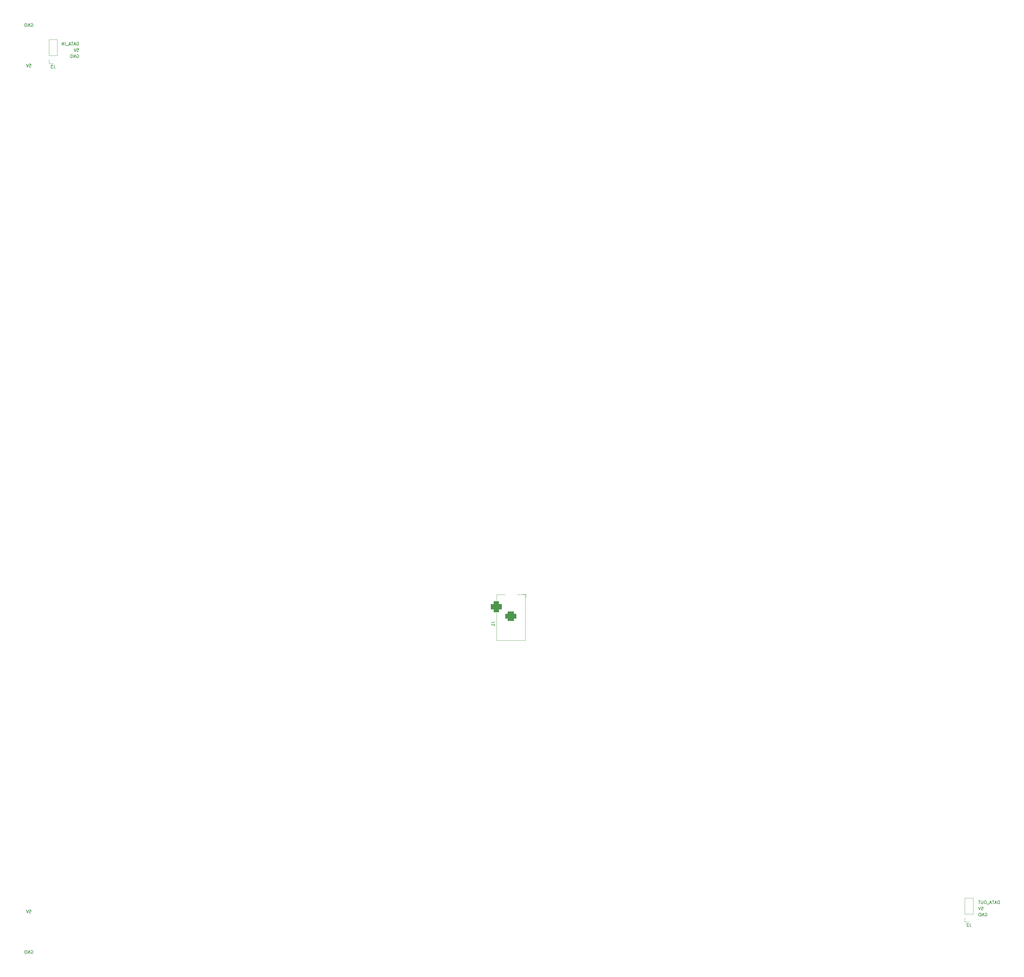
<source format=gbo>
%TF.GenerationSoftware,KiCad,Pcbnew,(6.0.2)*%
%TF.CreationDate,2022-03-15T15:15:15+01:00*%
%TF.ProjectId,Wordclock,576f7264-636c-46f6-936b-2e6b69636164,rev?*%
%TF.SameCoordinates,Original*%
%TF.FileFunction,Legend,Bot*%
%TF.FilePolarity,Positive*%
%FSLAX46Y46*%
G04 Gerber Fmt 4.6, Leading zero omitted, Abs format (unit mm)*
G04 Created by KiCad (PCBNEW (6.0.2)) date 2022-03-15 15:15:15*
%MOMM*%
%LPD*%
G01*
G04 APERTURE LIST*
G04 Aperture macros list*
%AMRoundRect*
0 Rectangle with rounded corners*
0 $1 Rounding radius*
0 $2 $3 $4 $5 $6 $7 $8 $9 X,Y pos of 4 corners*
0 Add a 4 corners polygon primitive as box body*
4,1,4,$2,$3,$4,$5,$6,$7,$8,$9,$2,$3,0*
0 Add four circle primitives for the rounded corners*
1,1,$1+$1,$2,$3*
1,1,$1+$1,$4,$5*
1,1,$1+$1,$6,$7*
1,1,$1+$1,$8,$9*
0 Add four rect primitives between the rounded corners*
20,1,$1+$1,$2,$3,$4,$5,0*
20,1,$1+$1,$4,$5,$6,$7,0*
20,1,$1+$1,$6,$7,$8,$9,0*
20,1,$1+$1,$8,$9,$2,$3,0*%
G04 Aperture macros list end*
%ADD10C,0.150000*%
%ADD11C,0.120000*%
%ADD12R,3.000000X3.000000*%
%ADD13C,3.000000*%
%ADD14C,0.800000*%
%ADD15C,7.000000*%
%ADD16R,3.500000X3.500000*%
%ADD17RoundRect,0.750000X1.000000X-0.750000X1.000000X0.750000X-1.000000X0.750000X-1.000000X-0.750000X0*%
%ADD18RoundRect,0.875000X0.875000X-0.875000X0.875000X0.875000X-0.875000X0.875000X-0.875000X-0.875000X0*%
%ADD19R,1.700000X1.700000*%
%ADD20O,1.700000X1.700000*%
G04 APERTURE END LIST*
D10*
X513190476Y-305952380D02*
X513666666Y-305952380D01*
X513714285Y-306428571D01*
X513666666Y-306380952D01*
X513571428Y-306333333D01*
X513333333Y-306333333D01*
X513238095Y-306380952D01*
X513190476Y-306428571D01*
X513142857Y-306523809D01*
X513142857Y-306761904D01*
X513190476Y-306857142D01*
X513238095Y-306904761D01*
X513333333Y-306952380D01*
X513571428Y-306952380D01*
X513666666Y-306904761D01*
X513714285Y-306857142D01*
X512857142Y-305952380D02*
X512523809Y-306952380D01*
X512190476Y-305952380D01*
X528518214Y-28952380D02*
X528994404Y-28952380D01*
X529042023Y-29428571D01*
X528994404Y-29380952D01*
X528899166Y-29333333D01*
X528661071Y-29333333D01*
X528565833Y-29380952D01*
X528518214Y-29428571D01*
X528470595Y-29523809D01*
X528470595Y-29761904D01*
X528518214Y-29857142D01*
X528565833Y-29904761D01*
X528661071Y-29952380D01*
X528899166Y-29952380D01*
X528994404Y-29904761D01*
X529042023Y-29857142D01*
X528184880Y-28952380D02*
X527851547Y-29952380D01*
X527518214Y-28952380D01*
X513190476Y-33952380D02*
X513666666Y-33952380D01*
X513714285Y-34428571D01*
X513666666Y-34380952D01*
X513571428Y-34333333D01*
X513333333Y-34333333D01*
X513238095Y-34380952D01*
X513190476Y-34428571D01*
X513142857Y-34523809D01*
X513142857Y-34761904D01*
X513190476Y-34857142D01*
X513238095Y-34904761D01*
X513333333Y-34952380D01*
X513571428Y-34952380D01*
X513666666Y-34904761D01*
X513714285Y-34857142D01*
X512857142Y-33952380D02*
X512523809Y-34952380D01*
X512190476Y-33952380D01*
X528470595Y-31000000D02*
X528565833Y-30952380D01*
X528708690Y-30952380D01*
X528851547Y-31000000D01*
X528946785Y-31095238D01*
X528994404Y-31190476D01*
X529042023Y-31380952D01*
X529042023Y-31523809D01*
X528994404Y-31714285D01*
X528946785Y-31809523D01*
X528851547Y-31904761D01*
X528708690Y-31952380D01*
X528613452Y-31952380D01*
X528470595Y-31904761D01*
X528422976Y-31857142D01*
X528422976Y-31523809D01*
X528613452Y-31523809D01*
X527994404Y-31952380D02*
X527994404Y-30952380D01*
X527422976Y-31952380D01*
X527422976Y-30952380D01*
X526946785Y-31952380D02*
X526946785Y-30952380D01*
X526708690Y-30952380D01*
X526565833Y-31000000D01*
X526470595Y-31095238D01*
X526422976Y-31190476D01*
X526375357Y-31380952D01*
X526375357Y-31523809D01*
X526422976Y-31714285D01*
X526470595Y-31809523D01*
X526565833Y-31904761D01*
X526708690Y-31952380D01*
X526946785Y-31952380D01*
X513761904Y-319000000D02*
X513857142Y-318952380D01*
X514000000Y-318952380D01*
X514142857Y-319000000D01*
X514238095Y-319095238D01*
X514285714Y-319190476D01*
X514333333Y-319380952D01*
X514333333Y-319523809D01*
X514285714Y-319714285D01*
X514238095Y-319809523D01*
X514142857Y-319904761D01*
X514000000Y-319952380D01*
X513904761Y-319952380D01*
X513761904Y-319904761D01*
X513714285Y-319857142D01*
X513714285Y-319523809D01*
X513904761Y-319523809D01*
X513285714Y-319952380D02*
X513285714Y-318952380D01*
X512714285Y-319952380D01*
X512714285Y-318952380D01*
X512238095Y-319952380D02*
X512238095Y-318952380D01*
X512000000Y-318952380D01*
X511857142Y-319000000D01*
X511761904Y-319095238D01*
X511714285Y-319190476D01*
X511666666Y-319380952D01*
X511666666Y-319523809D01*
X511714285Y-319714285D01*
X511761904Y-319809523D01*
X511857142Y-319904761D01*
X512000000Y-319952380D01*
X512238095Y-319952380D01*
X528994404Y-27952380D02*
X528994404Y-26952380D01*
X528756309Y-26952380D01*
X528613452Y-27000000D01*
X528518214Y-27095238D01*
X528470595Y-27190476D01*
X528422976Y-27380952D01*
X528422976Y-27523809D01*
X528470595Y-27714285D01*
X528518214Y-27809523D01*
X528613452Y-27904761D01*
X528756309Y-27952380D01*
X528994404Y-27952380D01*
X528042023Y-27666666D02*
X527565833Y-27666666D01*
X528137261Y-27952380D02*
X527803928Y-26952380D01*
X527470595Y-27952380D01*
X527280119Y-26952380D02*
X526708690Y-26952380D01*
X526994404Y-27952380D02*
X526994404Y-26952380D01*
X526422976Y-27666666D02*
X525946785Y-27666666D01*
X526518214Y-27952380D02*
X526184880Y-26952380D01*
X525851547Y-27952380D01*
X525756309Y-28047619D02*
X524994404Y-28047619D01*
X524756309Y-27952380D02*
X524756309Y-26952380D01*
X524280119Y-27952380D02*
X524280119Y-26952380D01*
X523708690Y-27952380D01*
X523708690Y-26952380D01*
X820373214Y-307000000D02*
X820468452Y-306952380D01*
X820611309Y-306952380D01*
X820754166Y-307000000D01*
X820849404Y-307095238D01*
X820897023Y-307190476D01*
X820944642Y-307380952D01*
X820944642Y-307523809D01*
X820897023Y-307714285D01*
X820849404Y-307809523D01*
X820754166Y-307904761D01*
X820611309Y-307952380D01*
X820516071Y-307952380D01*
X820373214Y-307904761D01*
X820325595Y-307857142D01*
X820325595Y-307523809D01*
X820516071Y-307523809D01*
X819897023Y-307952380D02*
X819897023Y-306952380D01*
X819325595Y-307952380D01*
X819325595Y-306952380D01*
X818849404Y-307952380D02*
X818849404Y-306952380D01*
X818611309Y-306952380D01*
X818468452Y-307000000D01*
X818373214Y-307095238D01*
X818325595Y-307190476D01*
X818277976Y-307380952D01*
X818277976Y-307523809D01*
X818325595Y-307714285D01*
X818373214Y-307809523D01*
X818468452Y-307904761D01*
X818611309Y-307952380D01*
X818849404Y-307952380D01*
X819182738Y-304952380D02*
X819658928Y-304952380D01*
X819706547Y-305428571D01*
X819658928Y-305380952D01*
X819563690Y-305333333D01*
X819325595Y-305333333D01*
X819230357Y-305380952D01*
X819182738Y-305428571D01*
X819135119Y-305523809D01*
X819135119Y-305761904D01*
X819182738Y-305857142D01*
X819230357Y-305904761D01*
X819325595Y-305952380D01*
X819563690Y-305952380D01*
X819658928Y-305904761D01*
X819706547Y-305857142D01*
X818849404Y-304952380D02*
X818516071Y-305952380D01*
X818182738Y-304952380D01*
X513761904Y-21000000D02*
X513857142Y-20952380D01*
X514000000Y-20952380D01*
X514142857Y-21000000D01*
X514238095Y-21095238D01*
X514285714Y-21190476D01*
X514333333Y-21380952D01*
X514333333Y-21523809D01*
X514285714Y-21714285D01*
X514238095Y-21809523D01*
X514142857Y-21904761D01*
X514000000Y-21952380D01*
X513904761Y-21952380D01*
X513761904Y-21904761D01*
X513714285Y-21857142D01*
X513714285Y-21523809D01*
X513904761Y-21523809D01*
X513285714Y-21952380D02*
X513285714Y-20952380D01*
X512714285Y-21952380D01*
X512714285Y-20952380D01*
X512238095Y-21952380D02*
X512238095Y-20952380D01*
X512000000Y-20952380D01*
X511857142Y-21000000D01*
X511761904Y-21095238D01*
X511714285Y-21190476D01*
X511666666Y-21380952D01*
X511666666Y-21523809D01*
X511714285Y-21714285D01*
X511761904Y-21809523D01*
X511857142Y-21904761D01*
X512000000Y-21952380D01*
X512238095Y-21952380D01*
X824944642Y-303952380D02*
X824944642Y-302952380D01*
X824706547Y-302952380D01*
X824563690Y-303000000D01*
X824468452Y-303095238D01*
X824420833Y-303190476D01*
X824373214Y-303380952D01*
X824373214Y-303523809D01*
X824420833Y-303714285D01*
X824468452Y-303809523D01*
X824563690Y-303904761D01*
X824706547Y-303952380D01*
X824944642Y-303952380D01*
X823992261Y-303666666D02*
X823516071Y-303666666D01*
X824087500Y-303952380D02*
X823754166Y-302952380D01*
X823420833Y-303952380D01*
X823230357Y-302952380D02*
X822658928Y-302952380D01*
X822944642Y-303952380D02*
X822944642Y-302952380D01*
X822373214Y-303666666D02*
X821897023Y-303666666D01*
X822468452Y-303952380D02*
X822135119Y-302952380D01*
X821801785Y-303952380D01*
X821706547Y-304047619D02*
X820944642Y-304047619D01*
X820516071Y-302952380D02*
X820325595Y-302952380D01*
X820230357Y-303000000D01*
X820135119Y-303095238D01*
X820087500Y-303285714D01*
X820087500Y-303619047D01*
X820135119Y-303809523D01*
X820230357Y-303904761D01*
X820325595Y-303952380D01*
X820516071Y-303952380D01*
X820611309Y-303904761D01*
X820706547Y-303809523D01*
X820754166Y-303619047D01*
X820754166Y-303285714D01*
X820706547Y-303095238D01*
X820611309Y-303000000D01*
X820516071Y-302952380D01*
X819658928Y-302952380D02*
X819658928Y-303761904D01*
X819611309Y-303857142D01*
X819563690Y-303904761D01*
X819468452Y-303952380D01*
X819277976Y-303952380D01*
X819182738Y-303904761D01*
X819135119Y-303857142D01*
X819087500Y-303761904D01*
X819087500Y-302952380D01*
X818754166Y-302952380D02*
X818182738Y-302952380D01*
X818468452Y-303952380D02*
X818468452Y-302952380D01*
%TO.C,J1*%
X661659880Y-213616666D02*
X662374166Y-213616666D01*
X662517023Y-213569047D01*
X662612261Y-213473809D01*
X662659880Y-213330952D01*
X662659880Y-213235714D01*
X662659880Y-214616666D02*
X662659880Y-214045238D01*
X662659880Y-214330952D02*
X661659880Y-214330952D01*
X661802738Y-214235714D01*
X661897976Y-214140476D01*
X661945595Y-214045238D01*
%TO.C,J3*%
X521173333Y-34282380D02*
X521173333Y-34996666D01*
X521220952Y-35139523D01*
X521316190Y-35234761D01*
X521459047Y-35282380D01*
X521554285Y-35282380D01*
X520792380Y-34282380D02*
X520173333Y-34282380D01*
X520506666Y-34663333D01*
X520363809Y-34663333D01*
X520268571Y-34710952D01*
X520220952Y-34758571D01*
X520173333Y-34853809D01*
X520173333Y-35091904D01*
X520220952Y-35187142D01*
X520268571Y-35234761D01*
X520363809Y-35282380D01*
X520649523Y-35282380D01*
X520744761Y-35234761D01*
X520792380Y-35187142D01*
%TO.C,J2*%
X815493333Y-310282380D02*
X815493333Y-310996666D01*
X815540952Y-311139523D01*
X815636190Y-311234761D01*
X815779047Y-311282380D01*
X815874285Y-311282380D01*
X815064761Y-310377619D02*
X815017142Y-310330000D01*
X814921904Y-310282380D01*
X814683809Y-310282380D01*
X814588571Y-310330000D01*
X814540952Y-310377619D01*
X814493333Y-310472857D01*
X814493333Y-310568095D01*
X814540952Y-310710952D01*
X815112380Y-311282380D01*
X814493333Y-311282380D01*
D11*
%TO.C,J1*%
X671707500Y-204400000D02*
X672757500Y-204400000D01*
X663357500Y-210500000D02*
X663357500Y-219300000D01*
X663357500Y-204600000D02*
X663357500Y-206500000D01*
X672557500Y-219300000D02*
X672557500Y-204600000D01*
X672557500Y-204600000D02*
X669957500Y-204600000D01*
X663357500Y-219300000D02*
X672557500Y-219300000D01*
X672757500Y-205450000D02*
X672757500Y-204400000D01*
X666057500Y-204600000D02*
X663357500Y-204600000D01*
%TO.C,J3*%
X519510000Y-26090000D02*
X522170000Y-26090000D01*
X519510000Y-31230000D02*
X519510000Y-26090000D01*
X522170000Y-31230000D02*
X522170000Y-26090000D01*
X519510000Y-32500000D02*
X519510000Y-33830000D01*
X519510000Y-31230000D02*
X522170000Y-31230000D01*
X519510000Y-33830000D02*
X520840000Y-33830000D01*
%TO.C,J2*%
X813830000Y-308500000D02*
X813830000Y-309830000D01*
X813830000Y-307230000D02*
X816490000Y-307230000D01*
X813830000Y-307230000D02*
X813830000Y-302090000D01*
X816490000Y-307230000D02*
X816490000Y-302090000D01*
X813830000Y-309830000D02*
X815160000Y-309830000D01*
X813830000Y-302090000D02*
X816490000Y-302090000D01*
%TD*%
%LPC*%
D12*
%TO.C,J4*%
X513000000Y-25500000D03*
D13*
X513000000Y-30580000D03*
%TD*%
D12*
%TO.C,J5*%
X513000000Y-315500000D03*
D13*
X513000000Y-310420000D03*
%TD*%
D14*
%TO.C,Hole7*%
X740856155Y-230643845D03*
X737143845Y-234356155D03*
X741625000Y-232500000D03*
X736375000Y-232500000D03*
X737143845Y-230643845D03*
X739000000Y-229875000D03*
X740856155Y-234356155D03*
X739000000Y-235125000D03*
D15*
X739000000Y-232500000D03*
%TD*%
D14*
%TO.C,Hole3*%
X823000000Y-322875000D03*
X824856155Y-323643845D03*
X821143845Y-327356155D03*
X824856155Y-327356155D03*
X825625000Y-325500000D03*
D15*
X823000000Y-325500000D03*
D14*
X820375000Y-325500000D03*
X823000000Y-328125000D03*
X821143845Y-323643845D03*
%TD*%
%TO.C,Hole8*%
X599106155Y-230643845D03*
X599875000Y-232500000D03*
X594625000Y-232500000D03*
X595393845Y-230643845D03*
D15*
X597250000Y-232500000D03*
D14*
X599106155Y-234356155D03*
X597250000Y-229875000D03*
X595393845Y-234356155D03*
X597250000Y-235125000D03*
%TD*%
%TO.C,Hole2*%
X823000000Y-18125000D03*
X823000000Y-12875000D03*
X824856155Y-13643845D03*
X821143845Y-13643845D03*
X824856155Y-17356155D03*
X821143845Y-17356155D03*
X820375000Y-15500000D03*
D15*
X823000000Y-15500000D03*
D14*
X825625000Y-15500000D03*
%TD*%
%TO.C,Hole6*%
X736893845Y-106643845D03*
X736125000Y-108500000D03*
X738750000Y-111125000D03*
X740606155Y-106643845D03*
X741375000Y-108500000D03*
D15*
X738750000Y-108500000D03*
D14*
X736893845Y-110356155D03*
X738750000Y-105875000D03*
X740606155Y-110356155D03*
%TD*%
%TO.C,Hole4*%
X511143845Y-323643845D03*
X513000000Y-322875000D03*
X514856155Y-323643845D03*
X513000000Y-328125000D03*
D15*
X513000000Y-325500000D03*
D14*
X515625000Y-325500000D03*
X514856155Y-327356155D03*
X510375000Y-325500000D03*
X511143845Y-327356155D03*
%TD*%
%TO.C,Hole5*%
X599875000Y-108500000D03*
X595393845Y-106643845D03*
X597250000Y-105875000D03*
X594625000Y-108500000D03*
X599106155Y-110356155D03*
X599106155Y-106643845D03*
X597250000Y-111125000D03*
D15*
X597250000Y-108500000D03*
D14*
X595393845Y-110356155D03*
%TD*%
%TO.C,Hole1*%
X514856155Y-13643845D03*
X511143845Y-13643845D03*
X514856155Y-17356155D03*
X510375000Y-15500000D03*
X511143845Y-17356155D03*
D15*
X513000000Y-15500000D03*
D14*
X513000000Y-12875000D03*
X515625000Y-15500000D03*
X513000000Y-18125000D03*
%TD*%
D16*
%TO.C,J1*%
X667957500Y-205500000D03*
D17*
X667957500Y-211500000D03*
D18*
X663257500Y-208500000D03*
%TD*%
D19*
%TO.C,J3*%
X520840000Y-32500000D03*
D20*
X520840000Y-29960000D03*
X520840000Y-27420000D03*
%TD*%
D19*
%TO.C,J2*%
X815160000Y-308500000D03*
D20*
X815160000Y-305960000D03*
X815160000Y-303420000D03*
%TD*%
M02*

</source>
